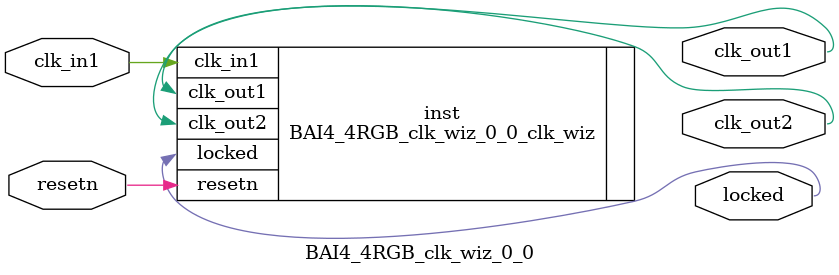
<source format=v>


`timescale 1ps/1ps

(* CORE_GENERATION_INFO = "BAI4_4RGB_clk_wiz_0_0,clk_wiz_v6_0_11_0_0,{component_name=BAI4_4RGB_clk_wiz_0_0,use_phase_alignment=true,use_min_o_jitter=false,use_max_i_jitter=false,use_dyn_phase_shift=false,use_inclk_switchover=false,use_dyn_reconfig=false,enable_axi=0,feedback_source=FDBK_AUTO,PRIMITIVE=MMCM,num_out_clk=2,clkin1_period=10.000,clkin2_period=10.000,use_power_down=false,use_reset=true,use_locked=true,use_inclk_stopped=false,feedback_type=SINGLE,CLOCK_MGR_TYPE=NA,manual_override=false}" *)

module BAI4_4RGB_clk_wiz_0_0 
 (
  // Clock out ports
  output        clk_out1,
  output        clk_out2,
  // Status and control signals
  input         resetn,
  output        locked,
 // Clock in ports
  input         clk_in1
 );

  BAI4_4RGB_clk_wiz_0_0_clk_wiz inst
  (
  // Clock out ports  
  .clk_out1(clk_out1),
  .clk_out2(clk_out2),
  // Status and control signals               
  .resetn(resetn), 
  .locked(locked),
 // Clock in ports
  .clk_in1(clk_in1)
  );

endmodule

</source>
